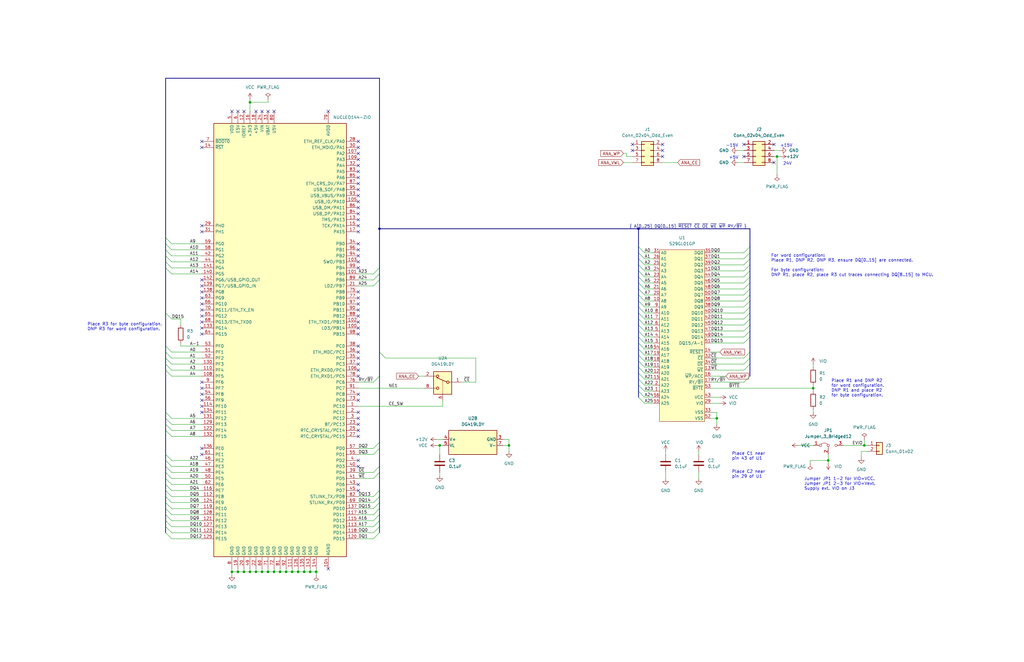
<source format=kicad_sch>
(kicad_sch (version 20211123) (generator eeschema)
  (paper "USLedger")
  (title_block (title "NISoC Readout 1 Module Base") (rev "1.0") (company "University of Dallas") (comment 1 "Drawn By: Aidan Medcalf"))
  (junction (at 214.63 187.96))
  (junction (at 110.49 241.3))
  (junction (at 120.65 241.3))
  (junction (at 123.19 241.3))
  (junction (at 97.79 241.3))
  (junction (at 364.49 187.96))
  (junction (at 105.41 241.3))
  (junction (at 130.81 241.3))
  (junction (at 185.42 187.96))
  (junction (at 342.9 163.83))
  (junction (at 118.11 241.3))
  (junction (at 302.26 176.53))
  (junction (at 113.03 241.3))
  (junction (at 107.95 241.3))
  (junction (at 115.57 241.3))
  (junction (at 128.27 241.3))
  (junction (at 349.25 194.31))
  (junction (at 102.87 241.3))
  (junction (at 327.66 66.04))
  (junction (at 105.41 43.18))
  (junction (at 133.35 241.3))
  (junction (at 160.02 96.52))
  (junction (at 100.33 241.3))
  (junction (at 269.24 96.52))
  (junction (at 125.73 241.3))
  (no_connect (at 326.39 60.96))
  (no_connect (at 326.39 68.58))
  (no_connect (at 313.69 60.96))
  (no_connect (at 313.69 66.04))
  (no_connect (at 266.7 63.5))
  (no_connect (at 279.4 66.04))
  (no_connect (at 279.4 63.5))
  (no_connect (at 151.13 80.01))
  (no_connect (at 266.7 60.96))
  (no_connect (at 151.13 123.19))
  (no_connect (at 138.43 240.03))
  (no_connect (at 151.13 194.31))
  (no_connect (at 151.13 207.01))
  (no_connect (at 151.13 204.47))
  (no_connect (at 151.13 196.85))
  (no_connect (at 151.13 184.15))
  (no_connect (at 151.13 181.61))
  (no_connect (at 151.13 179.07))
  (no_connect (at 151.13 176.53))
  (no_connect (at 151.13 166.37))
  (no_connect (at 151.13 173.99))
  (no_connect (at 151.13 168.91))
  (no_connect (at 151.13 90.17))
  (no_connect (at 151.13 67.31))
  (no_connect (at 151.13 125.73))
  (no_connect (at 85.09 168.91))
  (no_connect (at 151.13 92.71))
  (no_connect (at 151.13 97.79))
  (no_connect (at 151.13 82.55))
  (no_connect (at 151.13 148.59))
  (no_connect (at 151.13 107.95))
  (no_connect (at 85.09 123.19))
  (no_connect (at 151.13 74.93))
  (no_connect (at 151.13 62.23))
  (no_connect (at 151.13 105.41))
  (no_connect (at 85.09 128.27))
  (no_connect (at 151.13 158.75))
  (no_connect (at 151.13 59.69))
  (no_connect (at 85.09 191.77))
  (no_connect (at 151.13 140.97))
  (no_connect (at 151.13 69.85))
  (no_connect (at 85.09 135.89))
  (no_connect (at 151.13 135.89))
  (no_connect (at 151.13 110.49))
  (no_connect (at 85.09 166.37))
  (no_connect (at 151.13 153.67))
  (no_connect (at 151.13 102.87))
  (no_connect (at 85.09 173.99))
  (no_connect (at 85.09 161.29))
  (no_connect (at 151.13 128.27))
  (no_connect (at 85.09 138.43))
  (no_connect (at 151.13 87.63))
  (no_connect (at 151.13 130.81))
  (no_connect (at 151.13 72.39))
  (no_connect (at 85.09 133.35))
  (no_connect (at 151.13 138.43))
  (no_connect (at 151.13 64.77))
  (no_connect (at 151.13 133.35))
  (no_connect (at 85.09 163.83))
  (no_connect (at 85.09 140.97))
  (no_connect (at 85.09 189.23))
  (no_connect (at 151.13 95.25))
  (no_connect (at 85.09 171.45))
  (no_connect (at 151.13 77.47))
  (no_connect (at 151.13 151.13))
  (no_connect (at 85.09 95.25))
  (no_connect (at 85.09 62.23))
  (no_connect (at 102.87 46.99))
  (no_connect (at 115.57 46.99))
  (no_connect (at 138.43 46.99))
  (no_connect (at 107.95 46.99))
  (no_connect (at 110.49 46.99))
  (no_connect (at 113.03 46.99))
  (no_connect (at 85.09 97.79))
  (no_connect (at 97.79 46.99))
  (no_connect (at 100.33 46.99))
  (no_connect (at 85.09 118.11))
  (no_connect (at 85.09 125.73))
  (no_connect (at 151.13 146.05))
  (no_connect (at 151.13 85.09))
  (no_connect (at 151.13 113.03))
  (no_connect (at 279.4 60.96))
  (no_connect (at 85.09 130.81))
  (no_connect (at 151.13 156.21))
  (no_connect (at 85.09 120.65))
  (no_connect (at 85.09 59.69))
  (bus_entry (at 313.69 119.38) (size 2.54 -2.54))
  (bus_entry (at 313.69 116.84) (size 2.54 -2.54))
  (bus_entry (at 313.69 124.46) (size 2.54 -2.54))
  (bus_entry (at 313.69 106.68) (size 2.54 -2.54))
  (bus_entry (at 313.69 137.16) (size 2.54 -2.54))
  (bus_entry (at 72.39 224.79) (size -2.54 -2.54))
  (bus_entry (at 72.39 222.25) (size -2.54 -2.54))
  (bus_entry (at 313.69 142.24) (size 2.54 -2.54))
  (bus_entry (at 271.78 109.22) (size -2.54 -2.54))
  (bus_entry (at 313.69 161.29) (size 2.54 -2.54))
  (bus_entry (at 271.78 170.18) (size -2.54 -2.54))
  (bus_entry (at 271.78 121.92) (size -2.54 -2.54))
  (bus_entry (at 271.78 162.56) (size -2.54 -2.54))
  (bus_entry (at 271.78 106.68) (size -2.54 -2.54))
  (bus_entry (at 271.78 149.86) (size -2.54 -2.54))
  (bus_entry (at 72.39 217.17) (size -2.54 -2.54))
  (bus_entry (at 157.48 115.57) (size 2.54 -2.54))
  (bus_entry (at 157.48 118.11) (size 2.54 -2.54))
  (bus_entry (at 157.48 120.65) (size 2.54 -2.54))
  (bus_entry (at 72.39 227.33) (size -2.54 -2.54))
  (bus_entry (at 271.78 132.08) (size -2.54 -2.54))
  (bus_entry (at 271.78 129.54) (size -2.54 -2.54))
  (bus_entry (at 271.78 116.84) (size -2.54 -2.54))
  (bus_entry (at 313.69 111.76) (size 2.54 -2.54))
  (bus_entry (at 271.78 144.78) (size -2.54 -2.54))
  (bus_entry (at 313.69 134.62) (size 2.54 -2.54))
  (bus_entry (at 313.69 156.21) (size 2.54 -2.54))
  (bus_entry (at 313.69 109.22) (size 2.54 -2.54))
  (bus_entry (at 271.78 157.48) (size -2.54 -2.54))
  (bus_entry (at 313.69 151.13) (size 2.54 -2.54))
  (bus_entry (at 157.48 214.63) (size 2.54 -2.54))
  (bus_entry (at 271.78 165.1) (size -2.54 -2.54))
  (bus_entry (at 157.48 212.09) (size 2.54 -2.54))
  (bus_entry (at 271.78 137.16) (size -2.54 -2.54))
  (bus_entry (at 69.85 132.08) (size 2.54 2.54))
  (bus_entry (at 271.78 152.4) (size -2.54 -2.54))
  (bus_entry (at 157.48 209.55) (size 2.54 -2.54))
  (bus_entry (at 313.69 139.7) (size 2.54 -2.54))
  (bus_entry (at 162.56 151.13) (size -2.54 -2.54))
  (bus_entry (at 72.39 219.71) (size -2.54 -2.54))
  (bus_entry (at 313.69 114.3) (size 2.54 -2.54))
  (bus_entry (at 271.78 124.46) (size -2.54 -2.54))
  (bus_entry (at 313.69 132.08) (size 2.54 -2.54))
  (bus_entry (at 271.78 139.7) (size -2.54 -2.54))
  (bus_entry (at 271.78 147.32) (size -2.54 -2.54))
  (bus_entry (at 271.78 119.38) (size -2.54 -2.54))
  (bus_entry (at 271.78 154.94) (size -2.54 -2.54))
  (bus_entry (at 72.39 107.95) (size -2.54 -2.54))
  (bus_entry (at 72.39 102.87) (size -2.54 -2.54))
  (bus_entry (at 72.39 105.41) (size -2.54 -2.54))
  (bus_entry (at 72.39 110.49) (size -2.54 -2.54))
  (bus_entry (at 72.39 113.03) (size -2.54 -2.54))
  (bus_entry (at 72.39 115.57) (size -2.54 -2.54))
  (bus_entry (at 157.48 217.17) (size 2.54 -2.54))
  (bus_entry (at 157.48 219.71) (size 2.54 -2.54))
  (bus_entry (at 157.48 222.25) (size 2.54 -2.54))
  (bus_entry (at 157.48 227.33) (size 2.54 -2.54))
  (bus_entry (at 72.39 194.31) (size -2.54 -2.54))
  (bus_entry (at 72.39 184.15) (size -2.54 -2.54))
  (bus_entry (at 72.39 199.39) (size -2.54 -2.54))
  (bus_entry (at 72.39 196.85) (size -2.54 -2.54))
  (bus_entry (at 72.39 179.07) (size -2.54 -2.54))
  (bus_entry (at 72.39 181.61) (size -2.54 -2.54))
  (bus_entry (at 72.39 176.53) (size -2.54 -2.54))
  (bus_entry (at 72.39 204.47) (size -2.54 -2.54))
  (bus_entry (at 72.39 201.93) (size -2.54 -2.54))
  (bus_entry (at 72.39 209.55) (size -2.54 -2.54))
  (bus_entry (at 72.39 207.01) (size -2.54 -2.54))
  (bus_entry (at 72.39 214.63) (size -2.54 -2.54))
  (bus_entry (at 72.39 212.09) (size -2.54 -2.54))
  (bus_entry (at 157.48 191.77) (size 2.54 -2.54))
  (bus_entry (at 157.48 201.93) (size 2.54 -2.54))
  (bus_entry (at 157.48 199.39) (size 2.54 -2.54))
  (bus_entry (at 157.48 224.79) (size 2.54 -2.54))
  (bus_entry (at 72.39 156.21) (size -2.54 -2.54))
  (bus_entry (at 72.39 158.75) (size -2.54 -2.54))
  (bus_entry (at 72.39 148.59) (size -2.54 -2.54))
  (bus_entry (at 72.39 153.67) (size -2.54 -2.54))
  (bus_entry (at 72.39 151.13) (size -2.54 -2.54))
  (bus_entry (at 157.48 189.23) (size 2.54 -2.54))
  (bus_entry (at 157.48 161.29) (size 2.54 -2.54))
  (bus_entry (at 313.69 144.78) (size 2.54 -2.54))
  (bus_entry (at 313.69 121.92) (size 2.54 -2.54))
  (bus_entry (at 313.69 153.67) (size 2.54 -2.54))
  (bus_entry (at 271.78 160.02) (size -2.54 -2.54))
  (bus_entry (at 271.78 167.64) (size -2.54 -2.54))
  (bus_entry (at 313.69 129.54) (size 2.54 -2.54))
  (bus_entry (at 271.78 142.24) (size -2.54 -2.54))
  (bus_entry (at 271.78 134.62) (size -2.54 -2.54))
  (bus_entry (at 313.69 127) (size 2.54 -2.54))
  (bus_entry (at 271.78 111.76) (size -2.54 -2.54))
  (bus_entry (at 271.78 127) (size -2.54 -2.54))
  (bus_entry (at 271.78 114.3) (size -2.54 -2.54))
  (bus (pts (xy 69.85 146.05) (xy 69.85 148.59)))
  (wire (pts (xy 184.15 187.96) (xy 185.42 187.96)))
  (wire (pts (xy 271.78 147.32) (xy 275.59 147.32)))
  (wire (pts (xy 327.66 66.04) (xy 328.93 66.04)))
  (wire (pts (xy 151.13 163.83) (xy 179.07 163.83)))
  (wire (pts (xy 151.13 161.29) (xy 157.48 161.29)))
  (wire (pts (xy 72.39 105.41) (xy 85.09 105.41)))
  (wire (pts (xy 326.39 63.5) (xy 328.93 63.5)))
  (bus (pts (xy 69.85 204.47) (xy 69.85 207.01)))
  (wire (pts (xy 279.4 68.58) (xy 285.75 68.58)))
  (wire (pts (xy 355.6 187.96) (xy 364.49 187.96)))
  (bus (pts (xy 69.85 222.25) (xy 69.85 224.79)))
  (wire (pts (xy 125.73 241.3) (xy 128.27 241.3)))
  (wire (pts (xy 72.39 110.49) (xy 85.09 110.49)))
  (bus (pts (xy 69.85 217.17) (xy 69.85 219.71)))
  (wire (pts (xy 299.72 163.83) (xy 342.9 163.83)))
  (wire (pts (xy 100.33 240.03) (xy 100.33 241.3)))
  (bus (pts (xy 69.85 110.49) (xy 69.85 113.03)))
  (bus (pts (xy 269.24 119.38) (xy 269.24 121.92)))
  (wire (pts (xy 151.13 224.79) (xy 157.48 224.79)))
  (wire (pts (xy 271.78 134.62) (xy 275.59 134.62)))
  (wire (pts (xy 151.13 171.45) (xy 186.69 171.45)))
  (bus (pts (xy 69.85 105.41) (xy 69.85 107.95)))
  (bus (pts (xy 160.02 207.01) (xy 160.02 209.55)))
  (wire (pts (xy 271.78 111.76) (xy 275.59 111.76)))
  (wire (pts (xy 299.72 167.64) (xy 303.53 167.64)))
  (wire (pts (xy 349.25 194.31) (xy 349.25 195.58)))
  (wire (pts (xy 363.22 190.5) (xy 365.76 190.5)))
  (wire (pts (xy 151.13 214.63) (xy 157.48 214.63)))
  (bus (pts (xy 269.24 124.46) (xy 269.24 127)))
  (wire (pts (xy 72.39 217.17) (xy 85.09 217.17)))
  (wire (pts (xy 100.33 241.3) (xy 102.87 241.3)))
  (wire (pts (xy 271.78 154.94) (xy 275.59 154.94)))
  (wire (pts (xy 72.39 201.93) (xy 85.09 201.93)))
  (wire (pts (xy 185.42 199.39) (xy 185.42 200.66)))
  (bus (pts (xy 69.85 113.03) (xy 69.85 132.08)))
  (wire (pts (xy 151.13 120.65) (xy 157.48 120.65)))
  (bus (pts (xy 269.24 147.32) (xy 269.24 149.86)))
  (wire (pts (xy 151.13 219.71) (xy 157.48 219.71)))
  (wire (pts (xy 97.79 240.03) (xy 97.79 241.3)))
  (bus (pts (xy 269.24 134.62) (xy 269.24 137.16)))
  (bus (pts (xy 316.23 121.92) (xy 316.23 119.38)))
  (wire (pts (xy 200.66 161.29) (xy 200.66 151.13)))
  (wire (pts (xy 271.78 144.78) (xy 275.59 144.78)))
  (bus (pts (xy 69.85 132.08) (xy 69.85 146.05)))
  (wire (pts (xy 72.39 199.39) (xy 85.09 199.39)))
  (wire (pts (xy 133.35 241.3) (xy 133.35 240.03)))
  (bus (pts (xy 69.85 33.02) (xy 69.85 100.33)))
  (wire (pts (xy 364.49 185.42) (xy 364.49 187.96)))
  (wire (pts (xy 151.13 212.09) (xy 157.48 212.09)))
  (wire (pts (xy 128.27 241.3) (xy 130.81 241.3)))
  (bus (pts (xy 269.24 121.92) (xy 269.24 124.46)))
  (bus (pts (xy 316.23 109.22) (xy 316.23 106.68)))
  (wire (pts (xy 107.95 241.3) (xy 107.95 240.03)))
  (bus (pts (xy 69.85 179.07) (xy 69.85 181.61)))
  (bus (pts (xy 316.23 106.68) (xy 316.23 104.14)))
  (wire (pts (xy 110.49 241.3) (xy 113.03 241.3)))
  (wire (pts (xy 342.9 163.83) (xy 342.9 165.1)))
  (bus (pts (xy 269.24 142.24) (xy 269.24 144.78)))
  (wire (pts (xy 302.26 179.07) (xy 302.26 176.53)))
  (wire (pts (xy 311.15 63.5) (xy 313.69 63.5)))
  (wire (pts (xy 271.78 119.38) (xy 275.59 119.38)))
  (wire (pts (xy 271.78 124.46) (xy 275.59 124.46)))
  (wire (pts (xy 342.9 153.67) (xy 342.9 154.94)))
  (bus (pts (xy 269.24 96.52) (xy 269.24 104.14)))
  (wire (pts (xy 271.78 127) (xy 275.59 127)))
  (wire (pts (xy 299.72 137.16) (xy 313.69 137.16)))
  (wire (pts (xy 72.39 212.09) (xy 85.09 212.09)))
  (wire (pts (xy 299.72 170.18) (xy 303.53 170.18)))
  (wire (pts (xy 264.16 66.04) (xy 266.7 66.04)))
  (wire (pts (xy 186.69 171.45) (xy 186.69 168.91)))
  (wire (pts (xy 299.72 106.68) (xy 313.69 106.68)))
  (wire (pts (xy 214.63 187.96) (xy 214.63 190.5)))
  (wire (pts (xy 113.03 241.3) (xy 113.03 240.03)))
  (wire (pts (xy 280.67 199.39) (xy 280.67 201.93)))
  (wire (pts (xy 299.72 132.08) (xy 313.69 132.08)))
  (wire (pts (xy 299.72 156.21) (xy 313.69 156.21)))
  (wire (pts (xy 364.49 187.96) (xy 365.76 187.96)))
  (bus (pts (xy 69.85 156.21) (xy 69.85 173.99)))
  (bus (pts (xy 69.85 176.53) (xy 69.85 179.07)))
  (bus (pts (xy 69.85 214.63) (xy 69.85 217.17)))
  (wire (pts (xy 264.16 64.77) (xy 264.16 66.04)))
  (bus (pts (xy 316.23 139.7) (xy 316.23 137.16)))
  (wire (pts (xy 271.78 137.16) (xy 275.59 137.16)))
  (wire (pts (xy 115.57 241.3) (xy 118.11 241.3)))
  (wire (pts (xy 271.78 132.08) (xy 275.59 132.08)))
  (wire (pts (xy 214.63 185.42) (xy 214.63 187.96)))
  (wire (pts (xy 72.39 209.55) (xy 85.09 209.55)))
  (wire (pts (xy 151.13 217.17) (xy 157.48 217.17)))
  (wire (pts (xy 113.03 241.3) (xy 115.57 241.3)))
  (wire (pts (xy 102.87 241.3) (xy 105.41 241.3)))
  (wire (pts (xy 72.39 156.21) (xy 85.09 156.21)))
  (bus (pts (xy 269.24 149.86) (xy 269.24 152.4)))
  (wire (pts (xy 299.72 134.62) (xy 313.69 134.62)))
  (wire (pts (xy 299.72 129.54) (xy 313.69 129.54)))
  (wire (pts (xy 185.42 187.96) (xy 185.42 191.77)))
  (wire (pts (xy 102.87 240.03) (xy 102.87 241.3)))
  (wire (pts (xy 271.78 157.48) (xy 275.59 157.48)))
  (wire (pts (xy 299.72 151.13) (xy 313.69 151.13)))
  (wire (pts (xy 194.31 161.29) (xy 200.66 161.29)))
  (wire (pts (xy 299.72 144.78) (xy 313.69 144.78)))
  (bus (pts (xy 316.23 127) (xy 316.23 124.46)))
  (wire (pts (xy 271.78 170.18) (xy 275.59 170.18)))
  (bus (pts (xy 160.02 96.52) (xy 269.24 96.52)))
  (wire (pts (xy 294.64 190.5) (xy 294.64 191.77)))
  (wire (pts (xy 72.39 214.63) (xy 85.09 214.63)))
  (bus (pts (xy 160.02 212.09) (xy 160.02 214.63)))
  (wire (pts (xy 76.2 146.05) (xy 85.09 146.05)))
  (bus (pts (xy 269.24 109.22) (xy 269.24 111.76)))
  (bus (pts (xy 69.85 173.99) (xy 69.85 176.53)))
  (wire (pts (xy 299.72 173.99) (xy 302.26 173.99)))
  (bus (pts (xy 160.02 217.17) (xy 160.02 219.71)))
  (wire (pts (xy 110.49 241.3) (xy 110.49 240.03)))
  (bus (pts (xy 316.23 142.24) (xy 316.23 139.7)))
  (wire (pts (xy 100.33 241.3) (xy 97.79 241.3)))
  (wire (pts (xy 130.81 241.3) (xy 133.35 241.3)))
  (wire (pts (xy 72.39 102.87) (xy 85.09 102.87)))
  (wire (pts (xy 184.15 185.42) (xy 186.69 185.42)))
  (wire (pts (xy 105.41 241.3) (xy 107.95 241.3)))
  (wire (pts (xy 302.26 173.99) (xy 302.26 176.53)))
  (wire (pts (xy 72.39 158.75) (xy 85.09 158.75)))
  (wire (pts (xy 72.39 176.53) (xy 85.09 176.53)))
  (wire (pts (xy 125.73 241.3) (xy 125.73 240.03)))
  (bus (pts (xy 269.24 162.56) (xy 269.24 165.1)))
  (bus (pts (xy 269.24 96.52) (xy 316.23 96.52)))
  (wire (pts (xy 105.41 43.18) (xy 105.41 46.99)))
  (wire (pts (xy 271.78 165.1) (xy 275.59 165.1)))
  (wire (pts (xy 72.39 115.57) (xy 85.09 115.57)))
  (wire (pts (xy 271.78 106.68) (xy 275.59 106.68)))
  (bus (pts (xy 160.02 214.63) (xy 160.02 217.17)))
  (wire (pts (xy 120.65 241.3) (xy 123.19 241.3)))
  (bus (pts (xy 316.23 132.08) (xy 316.23 129.54)))
  (wire (pts (xy 271.78 121.92) (xy 275.59 121.92)))
  (wire (pts (xy 118.11 241.3) (xy 120.65 241.3)))
  (wire (pts (xy 151.13 199.39) (xy 157.48 199.39)))
  (wire (pts (xy 341.63 195.58) (xy 341.63 194.31)))
  (wire (pts (xy 97.79 241.3) (xy 97.79 242.57)))
  (bus (pts (xy 160.02 148.59) (xy 160.02 158.75)))
  (wire (pts (xy 105.41 41.91) (xy 105.41 43.18)))
  (wire (pts (xy 151.13 118.11) (xy 157.48 118.11)))
  (bus (pts (xy 69.85 191.77) (xy 69.85 194.31)))
  (wire (pts (xy 113.03 43.18) (xy 105.41 43.18)))
  (bus (pts (xy 69.85 33.02) (xy 160.02 33.02)))
  (wire (pts (xy 118.11 241.3) (xy 118.11 240.03)))
  (bus (pts (xy 160.02 189.23) (xy 160.02 196.85)))
  (wire (pts (xy 271.78 114.3) (xy 275.59 114.3)))
  (wire (pts (xy 151.13 189.23) (xy 157.48 189.23)))
  (wire (pts (xy 327.66 66.04) (xy 327.66 73.66)))
  (bus (pts (xy 69.85 201.93) (xy 69.85 204.47)))
  (bus (pts (xy 69.85 219.71) (xy 69.85 222.25)))
  (bus (pts (xy 269.24 157.48) (xy 269.24 160.02)))
  (bus (pts (xy 69.85 151.13) (xy 69.85 153.67)))
  (wire (pts (xy 72.39 224.79) (xy 85.09 224.79)))
  (bus (pts (xy 316.23 124.46) (xy 316.23 121.92)))
  (wire (pts (xy 72.39 222.25) (xy 85.09 222.25)))
  (bus (pts (xy 160.02 115.57) (xy 160.02 118.11)))
  (bus (pts (xy 160.02 196.85) (xy 160.02 199.39)))
  (bus (pts (xy 269.24 132.08) (xy 269.24 134.62)))
  (wire (pts (xy 326.39 66.04) (xy 327.66 66.04)))
  (wire (pts (xy 311.15 68.58) (xy 313.69 68.58)))
  (bus (pts (xy 316.23 153.67) (xy 316.23 158.75)))
  (wire (pts (xy 299.72 161.29) (xy 313.69 161.29)))
  (wire (pts (xy 130.81 241.3) (xy 130.81 240.03)))
  (wire (pts (xy 72.39 151.13) (xy 85.09 151.13)))
  (bus (pts (xy 69.85 148.59) (xy 69.85 151.13)))
  (wire (pts (xy 342.9 162.56) (xy 342.9 163.83)))
  (wire (pts (xy 299.72 148.59) (xy 303.53 148.59)))
  (wire (pts (xy 115.57 241.3) (xy 115.57 240.03)))
  (bus (pts (xy 69.85 199.39) (xy 69.85 201.93)))
  (wire (pts (xy 271.78 129.54) (xy 275.59 129.54)))
  (wire (pts (xy 72.39 196.85) (xy 85.09 196.85)))
  (wire (pts (xy 72.39 207.01) (xy 85.09 207.01)))
  (bus (pts (xy 316.23 142.24) (xy 316.23 148.59)))
  (bus (pts (xy 160.02 186.69) (xy 160.02 189.23)))
  (wire (pts (xy 72.39 179.07) (xy 85.09 179.07)))
  (wire (pts (xy 299.72 121.92) (xy 313.69 121.92)))
  (bus (pts (xy 269.24 106.68) (xy 269.24 109.22)))
  (wire (pts (xy 176.53 158.75) (xy 179.07 158.75)))
  (bus (pts (xy 316.23 114.3) (xy 316.23 111.76)))
  (wire (pts (xy 107.95 241.3) (xy 110.49 241.3)))
  (wire (pts (xy 151.13 201.93) (xy 157.48 201.93)))
  (bus (pts (xy 160.02 219.71) (xy 160.02 222.25)))
  (wire (pts (xy 123.19 241.3) (xy 123.19 240.03)))
  (bus (pts (xy 269.24 127) (xy 269.24 129.54)))
  (bus (pts (xy 269.24 116.84) (xy 269.24 119.38)))
  (wire (pts (xy 120.65 241.3) (xy 120.65 240.03)))
  (wire (pts (xy 342.9 172.72) (xy 342.9 173.99)))
  (wire (pts (xy 151.13 209.55) (xy 157.48 209.55)))
  (wire (pts (xy 133.35 241.3) (xy 133.35 242.57)))
  (bus (pts (xy 69.85 209.55) (xy 69.85 212.09)))
  (wire (pts (xy 271.78 116.84) (xy 275.59 116.84)))
  (wire (pts (xy 299.72 139.7) (xy 313.69 139.7)))
  (bus (pts (xy 69.85 196.85) (xy 69.85 199.39)))
  (wire (pts (xy 76.2 144.78) (xy 76.2 146.05)))
  (wire (pts (xy 123.19 241.3) (xy 125.73 241.3)))
  (wire (pts (xy 105.41 241.3) (xy 105.41 240.03)))
  (wire (pts (xy 271.78 149.86) (xy 275.59 149.86)))
  (bus (pts (xy 160.02 118.11) (xy 160.02 148.59)))
  (wire (pts (xy 72.39 113.03) (xy 85.09 113.03)))
  (wire (pts (xy 151.13 227.33) (xy 157.48 227.33)))
  (wire (pts (xy 271.78 167.64) (xy 275.59 167.64)))
  (wire (pts (xy 185.42 187.96) (xy 186.69 187.96)))
  (wire (pts (xy 76.2 134.62) (xy 76.2 137.16)))
  (wire (pts (xy 271.78 109.22) (xy 275.59 109.22)))
  (bus (pts (xy 269.24 154.94) (xy 269.24 157.48)))
  (bus (pts (xy 160.02 113.03) (xy 160.02 115.57)))
  (wire (pts (xy 72.39 107.95) (xy 85.09 107.95)))
  (wire (pts (xy 72.39 227.33) (xy 85.09 227.33)))
  (wire (pts (xy 72.39 194.31) (xy 85.09 194.31)))
  (wire (pts (xy 262.89 64.77) (xy 264.16 64.77)))
  (bus (pts (xy 69.85 207.01) (xy 69.85 209.55)))
  (bus (pts (xy 269.24 144.78) (xy 269.24 147.32)))
  (bus (pts (xy 316.23 137.16) (xy 316.23 134.62)))
  (wire (pts (xy 72.39 204.47) (xy 85.09 204.47)))
  (bus (pts (xy 269.24 137.16) (xy 269.24 139.7)))
  (wire (pts (xy 299.72 153.67) (xy 313.69 153.67)))
  (wire (pts (xy 299.72 111.76) (xy 313.69 111.76)))
  (wire (pts (xy 212.09 187.96) (xy 214.63 187.96)))
  (bus (pts (xy 316.23 104.14) (xy 316.23 96.52)))
  (wire (pts (xy 151.13 222.25) (xy 157.48 222.25)))
  (wire (pts (xy 299.72 127) (xy 313.69 127)))
  (bus (pts (xy 69.85 100.33) (xy 69.85 102.87)))
  (wire (pts (xy 336.55 187.96) (xy 342.9 187.96)))
  (bus (pts (xy 69.85 102.87) (xy 69.85 105.41)))
  (wire (pts (xy 280.67 190.5) (xy 280.67 191.77)))
  (bus (pts (xy 269.24 129.54) (xy 269.24 132.08)))
  (wire (pts (xy 341.63 194.31) (xy 349.25 194.31)))
  (wire (pts (xy 151.13 191.77) (xy 157.48 191.77)))
  (wire (pts (xy 299.72 109.22) (xy 313.69 109.22)))
  (bus (pts (xy 160.02 96.52) (xy 160.02 33.02)))
  (wire (pts (xy 363.22 193.04) (xy 363.22 190.5)))
  (bus (pts (xy 316.23 148.59) (xy 316.23 151.13)))
  (bus (pts (xy 316.23 134.62) (xy 316.23 132.08)))
  (wire (pts (xy 299.72 142.24) (xy 313.69 142.24)))
  (wire (pts (xy 72.39 153.67) (xy 85.09 153.67)))
  (wire (pts (xy 212.09 185.42) (xy 214.63 185.42)))
  (wire (pts (xy 294.64 199.39) (xy 294.64 201.93)))
  (wire (pts (xy 72.39 184.15) (xy 85.09 184.15)))
  (bus (pts (xy 69.85 153.67) (xy 69.85 156.21)))
  (wire (pts (xy 72.39 181.61) (xy 85.09 181.61)))
  (bus (pts (xy 69.85 212.09) (xy 69.85 214.63)))
  (bus (pts (xy 160.02 199.39) (xy 160.02 207.01)))
  (wire (pts (xy 162.56 151.13) (xy 200.66 151.13)))
  (bus (pts (xy 69.85 194.31) (xy 69.85 196.85)))
  (bus (pts (xy 316.23 116.84) (xy 316.23 114.3)))
  (bus (pts (xy 316.23 119.38) (xy 316.23 116.84)))
  (wire (pts (xy 271.78 142.24) (xy 275.59 142.24)))
  (wire (pts (xy 299.72 116.84) (xy 313.69 116.84)))
  (wire (pts (xy 128.27 241.3) (xy 128.27 240.03)))
  (wire (pts (xy 72.39 219.71) (xy 85.09 219.71)))
  (bus (pts (xy 316.23 111.76) (xy 316.23 109.22)))
  (bus (pts (xy 160.02 209.55) (xy 160.02 212.09)))
  (bus (pts (xy 269.24 152.4) (xy 269.24 154.94)))
  (wire (pts (xy 271.78 160.02) (xy 275.59 160.02)))
  (bus (pts (xy 269.24 111.76) (xy 269.24 114.3)))
  (bus (pts (xy 269.24 139.7) (xy 269.24 142.24)))
  (wire (pts (xy 299.72 158.75) (xy 306.07 158.75)))
  (bus (pts (xy 160.02 96.52) (xy 160.02 113.03)))
  (wire (pts (xy 151.13 115.57) (xy 157.48 115.57)))
  (bus (pts (xy 160.02 222.25) (xy 160.02 224.79)))
  (wire (pts (xy 271.78 139.7) (xy 275.59 139.7)))
  (wire (pts (xy 299.72 176.53) (xy 302.26 176.53)))
  (wire (pts (xy 113.03 41.91) (xy 113.03 43.18)))
  (wire (pts (xy 299.72 119.38) (xy 313.69 119.38)))
  (bus (pts (xy 160.02 158.75) (xy 160.02 186.69)))
  (bus (pts (xy 69.85 181.61) (xy 69.85 191.77)))
  (wire (pts (xy 299.72 124.46) (xy 313.69 124.46)))
  (bus (pts (xy 269.24 114.3) (xy 269.24 116.84)))
  (bus (pts (xy 269.24 165.1) (xy 269.24 167.64)))
  (bus (pts (xy 316.23 129.54) (xy 316.23 127)))
  (wire (pts (xy 349.25 191.77) (xy 349.25 194.31)))
  (bus (pts (xy 269.24 104.14) (xy 269.24 106.68)))
  (bus (pts (xy 269.24 160.02) (xy 269.24 162.56)))
  (wire (pts (xy 299.72 114.3) (xy 313.69 114.3)))
  (wire (pts (xy 72.39 134.62) (xy 76.2 134.62)))
  (wire (pts (xy 72.39 148.59) (xy 85.09 148.59)))
  (bus (pts (xy 69.85 107.95) (xy 69.85 110.49)))
  (wire (pts (xy 262.89 68.58) (xy 266.7 68.58)))
  (wire (pts (xy 271.78 162.56) (xy 275.59 162.56)))
  (wire (pts (xy 271.78 152.4) (xy 275.59 152.4)))
  (bus (pts (xy 316.23 153.67) (xy 316.23 151.13)))
  (text "Place C1 near\npin 43 of U1" (at 308.61 194.31 0) (effects (font (size 1.27 1.27)) (justify left bottom)))
  (text "For word configuration:\nPlace R1, DNP R2, DNP R3, ensure DQ[0..15] are connected.\n\nFor byte configuration:\nDNP R1, place R2, place R3 cut traces connecting DQ[8..15] to MCU." (at 325.12 116.84 0) (effects (font (size 1.27 1.27)) (justify left bottom)))
  (text "24V" (at 330.2 69.85 0) (effects (font (size 1.27 1.27)) (justify left bottom)))
  (text "Place R3 for byte configuration.\nDNP R3 for word configuration." (at 36.83 139.7 0) (effects (font (size 1.27 1.27)) (justify left bottom)))
  (text "Place R1 and DNP R2\nfor word configuration.\nDNP R1 and place R2\nfor byte configuration." (at 350.52 167.64 0) (effects (font (size 1.27 1.27)) (justify left bottom)))
  (text "Jumper JP1 1-2 for VIO=VCC.\nJumper JP1 2-3 for VIO=Vext.\nSupply ext. VIO on J3" (at 339.09 207.01 0) (effects (font (size 1.27 1.27)) (justify left bottom)))
  (text "Place C2 near\npin 29 of U1" (at 308.61 201.93 0) (effects (font (size 1.27 1.27)) (justify left bottom)))
  (text "+5V" (at 307.34 67.31 0) (effects (font (size 1.27 1.27)) (justify left bottom)))
  (text "+15V" (at 328.93 62.23 0) (effects (font (size 1.27 1.27)) (justify left bottom)))
  (text "-15V" (at 306.07 62.23 0) (effects (font (size 1.27 1.27)) (justify left bottom)))
  (label "DQ9" (at 80.01 219.71 0))
  (label "A-1" (at 80.01 146.05 0))
  (label "A5" (at 271.78 119.38 0))
  (label "A23" (at 151.13 115.57 0))
  (label "A19" (at 80.01 199.39 0))
  (label "A1" (at 271.78 109.22 0))
  (label "~{WE}" (at 151.13 201.93 0))
  (label "RY{slash}~{BY}" (at 151.13 161.29 0))
  (label "A15" (at 271.78 144.78 0))
  (label "~{WE}" (at 299.72 156.21 0))
  (label "A7" (at 80.01 181.61 0))
  (label "DQ14" (at 299.72 142.24 0))
  (label "A13" (at 80.01 113.03 0))
  (label "EVIO" (at 359.41 187.96 0))
  (label "DQ1" (at 151.13 227.33 0))
  (label "A9" (at 80.01 102.87 0))
  (label "A3" (at 271.78 114.3 0))
  (label "DQ5" (at 80.01 209.55 0))
  (label "DQ8" (at 299.72 127 0))
  (label "DQ11" (at 80.01 224.79 0))
  (label "DQ3" (at 299.72 114.3 0))
  (label "DQ3" (at 151.13 191.77 0))
  (label "DQ0" (at 299.72 106.68 0))
  (label "A17" (at 271.78 149.86 0))
  (label "DQ10" (at 299.72 132.08 0))
  (label "A9" (at 271.78 129.54 0))
  (label "DQ6" (at 299.72 121.92 0))
  (label "DQ2" (at 151.13 189.23 0))
  (label "A0" (at 271.78 106.68 0))
  (label "A14" (at 271.78 142.24 0))
  (label "DQ6" (at 80.01 212.09 0))
  (label "A23" (at 271.78 165.1 0))
  (label "DQ9" (at 299.72 129.54 0))
  (label "A22" (at 80.01 194.31 0))
  (label "A8" (at 80.01 184.15 0))
  (label "DQ13" (at 299.72 139.7 0))
  (label "DQ15" (at 72.39 134.62 0))
  (label "A6" (at 80.01 179.07 0))
  (label "A4" (at 271.78 116.84 0))
  (label "DQ7" (at 299.72 124.46 0))
  (label "A24" (at 151.13 118.11 0))
  (label "A12" (at 80.01 110.49 0))
  (label "DQ7" (at 80.01 214.63 0))
  (label "A6" (at 271.78 121.92 0))
  (label "DQ8" (at 80.01 217.17 0))
  (label "A12" (at 271.78 137.16 0))
  (label "DQ12" (at 80.01 227.33 0))
  (label "A1" (at 80.01 151.13 0))
  (label "DQ11" (at 299.72 134.62 0))
  (label "A25" (at 151.13 120.65 0))
  (label "A20" (at 271.78 157.48 0))
  (label "A25" (at 271.78 170.18 0))
  (label "{ A[0..25] DQ[0..15] ~{RESET} ~{CE} ~{OE} ~{WE} ~{WP} RY{slash}~{BY} }" (at 265.43 96.52 0))
  (label "DQ4" (at 80.01 207.01 0))
  (label "A0" (at 80.01 148.59 0))
  (label "A18" (at 80.01 196.85 0))
  (label "A2" (at 80.01 153.67 0))
  (label "A19" (at 271.78 154.94 0))
  (label "A5" (at 80.01 176.53 0))
  (label "A13" (at 271.78 139.7 0))
  (label "A16" (at 151.13 219.71 0))
  (label "A2" (at 271.78 111.76 0))
  (label "DQ15" (at 151.13 214.63 0))
  (label "A11" (at 271.78 134.62 0))
  (label "DQ5" (at 299.72 119.38 0))
  (label "DQ13" (at 151.13 209.55 0))
  (label "A21" (at 271.78 160.02 0))
  (label "DQ2" (at 299.72 111.76 0))
  (label "~{CE}" (at 299.72 151.13 0))
  (label "A3" (at 80.01 156.21 0))
  (label "~{CE}" (at 195.58 161.29 0))
  (label "A14" (at 80.01 115.57 0))
  (label "A7" (at 271.78 124.46 0))
  (label "~{BYTE}" (at 307.34 163.83 0))
  (label "RY{slash}~{BY}" (at 299.72 161.29 0))
  (label "CE_SW" (at 163.83 171.45 0))
  (label "A17" (at 151.13 222.25 0))
  (label "A20" (at 80.01 201.93 0))
  (label "DQ12" (at 299.72 137.16 0))
  (label "A4" (at 80.01 158.75 0))
  (label "DQ10" (at 80.01 222.25 0))
  (label "DQ15" (at 299.72 144.78 0))
  (label "A18" (at 271.78 152.4 0))
  (label "NE1" (at 163.83 163.83 0))
  (label "DQ0" (at 151.13 224.79 0))
  (label "A24" (at 271.78 167.64 0))
  (label "A21" (at 80.01 204.47 0))
  (label "~{OE}" (at 151.13 199.39 0))
  (label "DQ14" (at 151.13 212.09 0))
  (label "A15" (at 151.13 217.17 0))
  (label "A11" (at 80.01 107.95 0))
  (label "A16" (at 271.78 147.32 0))
  (label "A10" (at 80.01 105.41 0))
  (label "~{OE}" (at 299.72 153.67 0))
  (label "A10" (at 271.78 132.08 0))
  (label "DQ4" (at 299.72 116.84 0))
  (label "A22" (at 271.78 162.56 0))
  (label "DQ1" (at 299.72 109.22 0))
  (label "A8" (at 271.78 127 0))
  (global_label "ANA_VWL" (shape input) (at 303.53 148.59 0) (property "Intersheet References" "${INTERSHEET_REFS}" (effects hide)))
  (global_label "ANA_WP" (shape input) (at 262.89 64.77 180) (property "Intersheet References" "${INTERSHEET_REFS}" (effects hide)))
  (global_label "ANA_CE" (shape input) (at 285.75 68.58 0) (property "Intersheet References" "${INTERSHEET_REFS}" (effects hide)))
  (global_label "ANA_VWL" (shape input) (at 262.89 68.58 180) (property "Intersheet References" "${INTERSHEET_REFS}" (effects hide)))
  (global_label "ANA_WP" (shape input) (at 306.07 158.75 0) (property "Intersheet References" "${INTERSHEET_REFS}" (effects hide)))
  (global_label "ANA_CE" (shape input) (at 176.53 158.75 180) (property "Intersheet References" "${INTERSHEET_REFS}" (effects hide)))
  (symbol (lib_id "Jumper:Jumper_3_Bridged12") (at 349.25 187.96 0) (unit 1)
    (property "Reference" "JP1" (at 349.25 181.61 0))
    (property "Value" "Jumper_3_Bridged12" (at 349.25 184.15 0))
    (property "Footprint" "Connector_PinHeader_2.54mm:PinHeader_1x03_P2.54mm_Vertical" (effects hide))
  )
  (symbol (lib_id "power:PWR_FLAG") (at 133.35 242.57 180) (unit 1)
    (property "Reference" "#FLG01" (effects hide))
    (property "Value" "PWR_FLAG" (at 133.35 247.65 0))
  )
  (symbol (lib_id "NISoC-Socket:VIO") (at 294.64 190.5 0) (unit 1)
    (property "Reference" "#PWR05" (effects hide))
    (property "Value" "VIO" (at 293.37 186.69 0) (effects (justify left)))
  )
  (symbol (lib_id "power:GND") (at 311.15 63.5 270) (unit 1)
    (property "Reference" "#PWR019" (effects hide))
    (property "Value" "GND" (at 307.34 63.4999 90) (effects (justify right)))
  )
  (symbol (lib_id "power:VCC") (at 184.15 187.96 90) (unit 1)
    (property "Reference" "#PWR016" (effects hide))
    (property "Value" "VCC" (at 180.34 187.9599 90) (effects (justify left)))
  )
  (symbol (lib_id "NISoC-Socket:VIO") (at 349.25 195.58 180) (unit 1)
    (property "Reference" "#PWR013" (effects hide))
    (property "Value" "VIO" (at 351.79 196.8499 0) (effects (justify right)))
  )
  (symbol (lib_id "power:GND") (at 97.79 242.57 0) (unit 1)
    (property "Reference" "#PWR01" (effects hide))
    (property "Value" "GND" (at 97.79 247.65 0))
  )
  (symbol (lib_id "power:VCC") (at 336.55 187.96 90) (unit 1)
    (property "Reference" "#PWR012" (effects hide))
    (property "Value" "VCC" (at 337.82 187.9599 90) (effects (justify right)))
  )
  (symbol (lib_id "power:PWR_FLAG") (at 113.03 41.91 0) (unit 1)
    (property "Reference" "#FLG03" (effects hide))
    (property "Value" "PWR_FLAG" (at 113.03 36.83 0))
  )
  (symbol (lib_id "power:GND") (at 363.22 193.04 0) (unit 1)
    (property "Reference" "#PWR014" (effects hide))
    (property "Value" "GND" (at 363.22 198.12 0))
  )
  (symbol (lib_id "Connector_Generic:Conn_02x04_Odd_Even") (at 318.77 63.5 0) (unit 1)
    (property "Reference" "J2" (at 320.04 54.61 0))
    (property "Value" "Conn_02x04_Odd_Even" (at 320.04 57.15 0))
    (property "Footprint" "Connector_PinHeader_2.54mm:PinHeader_2x04_P2.54mm_Vertical" (effects hide))
  )
  (symbol (lib_id "power:GND") (at 328.93 63.5 90) (unit 1)
    (property "Reference" "#PWR021" (effects hide))
    (property "Value" "GND" (at 332.74 63.4999 90) (effects (justify right)))
  )
  (symbol (lib_id "Device:R") (at 342.9 168.91 0) (unit 1)
    (property "Reference" "R2" (at 345.44 167.6399 0) (effects (justify left)))
    (property "Value" "0" (at 345.44 170.1799 0) (effects (justify left)))
    (property "Footprint" "Resistor_SMD:R_0805_2012Metric" (effects hide))
  )
  (symbol (lib_id "NISoC-Socket:S29GL01GP") (at 287.02 135.89 0) (unit 1)
    (property "Reference" "U1" (at 287.655 100.33 0))
    (property "Value" "S29GL01GP" (at 287.655 102.87 0))
    (property "Footprint" "NISoC-Socket:Socket_TSOP-56" (effects hide))
    (property "Datasheet" "https://www.infineon.com/dgdl/Infineon-S29GL01GP_S29GL512P_S29GL256P_S29GL128P_1_Gbit/512/256/128_Mbit_3_V_Page_Flash_with_90_nm_MirrorBit_Process_Technology-DataSheet-v03_00-EN.pdf?fileId=8ac78c8c7d0d8da4017d0ed7850458a5" (effects hide))
  )
  (symbol (lib_id "Device:C") (at 280.67 195.58 0) (unit 1)
    (property "Reference" "C1" (at 284.48 194.3099 0) (effects (justify left)))
    (property "Value" "0.1uF" (at 284.48 196.8499 0) (effects (justify left)))
    (property "Footprint" "Capacitor_SMD:C_0805_2012Metric" (effects hide))
  )
  (symbol (lib_id "power:PWR_FLAG") (at 327.66 73.66 180) (unit 1)
    (property "Reference" "#FLG05" (effects hide))
    (property "Value" "PWR_FLAG" (at 327.66 78.74 0))
  )
  (symbol (lib_id "Device:R") (at 342.9 158.75 0) (unit 1)
    (property "Reference" "R1" (at 345.44 157.4799 0) (effects (justify left)))
    (property "Value" "0" (at 345.44 160.0199 0) (effects (justify left)))
    (property "Footprint" "Resistor_SMD:R_0805_2012Metric" (effects hide))
  )
  (symbol (lib_id "power:+12V") (at 184.15 185.42 90) (unit 1)
    (property "Reference" "#PWR015" (effects hide))
    (property "Value" "+12V" (at 180.34 185.4199 90) (effects (justify left)))
  )
  (symbol (lib_id "power:GND") (at 185.42 200.66 0) (unit 1)
    (property "Reference" "#PWR017" (effects hide))
    (property "Value" "GND" (at 185.42 205.74 0))
  )
  (symbol (lib_id "NISoC-Socket:NUCLEO144-ZIO") (at 118.11 143.51 0) (unit 1)
    (property "Reference" "X1" (effects hide))
    (property "Value" "NUCLEO144-ZIO" (at 140.4494 49.53 0) (effects (justify left)))
    (property "Footprint" "NISoC-Socket:ST_Morpho_Connector_144_STLink_MountingHoles" (effects hide))
  )
  (symbol (lib_id "power:GND") (at 294.64 201.93 0) (unit 1)
    (property "Reference" "#PWR06" (effects hide))
    (property "Value" "GND" (at 294.64 207.01 0))
  )
  (symbol (lib_id "power:GND") (at 342.9 173.99 0) (unit 1)
    (property "Reference" "#PWR07" (effects hide))
    (property "Value" "GND" (at 342.9 179.07 0))
  )
  (symbol (lib_id "Device:C") (at 185.42 195.58 0) (unit 1)
    (property "Reference" "C3" (at 189.23 194.3099 0) (effects (justify left)))
    (property "Value" "0.1uF" (at 189.23 196.8499 0) (effects (justify left)))
    (property "Footprint" "Capacitor_SMD:C_0805_2012Metric" (effects hide))
  )
  (symbol (lib_id "Device:R") (at 76.2 140.97 0) (unit 1)
    (property "Reference" "R3" (at 78.74 139.6999 0) (effects (justify left)))
    (property "Value" "0" (at 78.74 142.2399 0) (effects (justify left)))
    (property "Footprint" "Resistor_SMD:R_0805_2012Metric" (effects hide))
  )
  (symbol (lib_id "power:GND") (at 280.67 201.93 0) (unit 1)
    (property "Reference" "#PWR04" (effects hide))
    (property "Value" "GND" (at 280.67 207.01 0))
  )
  (symbol (lib_id "power:GND") (at 311.15 68.58 270) (unit 1)
    (property "Reference" "#PWR020" (effects hide))
    (property "Value" "GND" (at 307.34 68.5799 90) (effects (justify right)))
  )
  (symbol (lib_id "power:PWR_FLAG") (at 364.49 185.42 0) (unit 1)
    (property "Reference" "#FLG02" (effects hide))
    (property "Value" "PWR_FLAG" (at 364.49 180.34 0))
  )
  (symbol (lib_id "power:GND") (at 214.63 190.5 0) (unit 1)
    (property "Reference" "#PWR018" (effects hide))
    (property "Value" "GND" (at 214.63 195.58 0))
  )
  (symbol (lib_id "Analog_Switch:DG419LDY") (at 199.39 185.42 90) (mirror x) (unit 2)
    (property "Reference" "U2" (at 199.39 176.53 90))
    (property "Value" "DG419LDY" (at 199.39 179.07 90))
    (property "Footprint" "Package_SO:SOIC-8_3.9x4.9mm_P1.27mm" (effects hide))
    (property "Datasheet" "https://datasheets.maximintegrated.com/en/ds/DG417-DG419.pdf" (effects hide))
  )
  (symbol (lib_id "Connector_Generic:Conn_02x04_Odd_Even") (at 271.78 63.5 0) (unit 1)
    (property "Reference" "J1" (at 273.05 54.61 0))
    (property "Value" "Conn_02x04_Odd_Even" (at 273.05 57.15 0))
    (property "Footprint" "Connector_PinHeader_2.54mm:PinHeader_2x04_P2.54mm_Vertical" (effects hide))
  )
  (symbol (lib_id "Analog_Switch:DG419LDY") (at 186.69 158.75 0) (mirror y) (unit 1)
    (property "Reference" "U2" (at 186.69 151.13 0))
    (property "Value" "DG419LDY" (at 186.69 153.67 0))
    (property "Footprint" "Package_SO:SOIC-8_3.9x4.9mm_P1.27mm" (effects hide))
    (property "Datasheet" "https://datasheets.maximintegrated.com/en/ds/DG417-DG419.pdf" (effects hide))
  )
  (symbol (lib_id "NISoC-Socket:VIO") (at 303.53 170.18 270) (unit 1)
    (property "Reference" "#PWR09" (effects hide))
    (property "Value" "VIO" (at 307.34 170.1799 90) (effects (justify left)))
  )
  (symbol (lib_id "Connector_Generic:Conn_01x02") (at 370.84 187.96 0) (unit 1)
    (property "Reference" "J3" (at 373.38 187.9599 0) (effects (justify left)))
    (property "Value" "Conn_01x02" (at 373.38 190.4999 0) (effects (justify left)))
    (property "Footprint" "Connector_PinHeader_2.54mm:PinHeader_1x02_P2.54mm_Vertical" (effects hide))
  )
  (symbol (lib_id "Device:C") (at 294.64 195.58 0) (unit 1)
    (property "Reference" "C2" (at 298.45 194.3099 0) (effects (justify left)))
    (property "Value" "0.1uF" (at 298.45 196.8499 0) (effects (justify left)))
    (property "Footprint" "Capacitor_SMD:C_0805_2012Metric" (effects hide))
  )
  (symbol (lib_id "power:+12V") (at 328.93 66.04 270) (unit 1)
    (property "Reference" "#PWR022" (effects hide))
    (property "Value" "+12V" (at 331.47 66.04 90) (effects (justify left)))
  )
  (symbol (lib_id "power:GND") (at 302.26 179.07 0) (unit 1)
    (property "Reference" "#PWR010" (effects hide))
    (property "Value" "GND" (at 302.26 184.15 0))
  )
  (symbol (lib_id "power:PWR_FLAG") (at 341.63 195.58 180) (unit 1)
    (property "Reference" "#FLG04" (effects hide))
    (property "Value" "PWR_FLAG" (at 330.2 196.85 0) (effects (justify right)))
  )
  (symbol (lib_id "power:VCC") (at 303.53 167.64 270) (unit 1)
    (property "Reference" "#PWR08" (effects hide))
    (property "Value" "VCC" (at 307.34 167.6399 90) (effects (justify left)))
  )
  (symbol (lib_id "NISoC-Socket:VIO") (at 342.9 153.67 0) (unit 1)
    (property "Reference" "#PWR011" (effects hide))
    (property "Value" "VIO" (at 345.44 152.3999 0) (effects (justify left)))
  )
  (symbol (lib_id "power:VCC") (at 280.67 190.5 0) (unit 1)
    (property "Reference" "#PWR03" (effects hide))
    (property "Value" "VCC" (at 280.67 186.69 0))
  )
  (symbol (lib_id "power:VCC") (at 105.41 41.91 0) (unit 1)
    (property "Reference" "#PWR02" (effects hide))
    (property "Value" "VCC" (at 105.41 36.83 0))
  )
)
</source>
